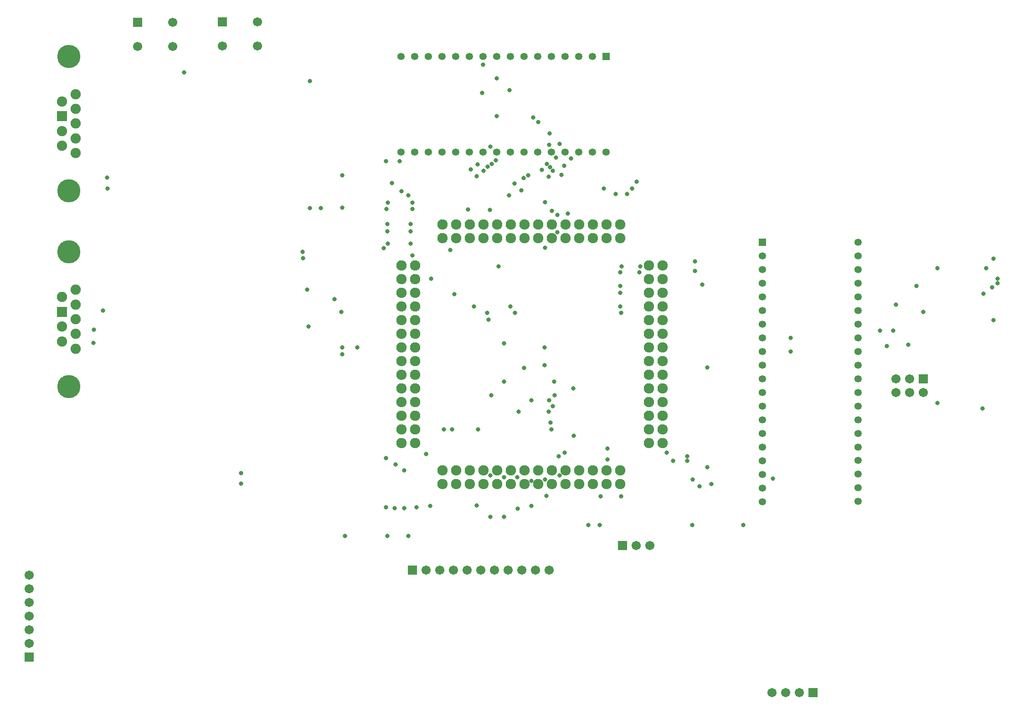
<source format=gbr>
G04*
G04 #@! TF.GenerationSoftware,Altium Limited,Altium Designer,22.4.2 (48)*
G04*
G04 Layer_Color=16711935*
%FSLAX25Y25*%
%MOIN*%
G70*
G04*
G04 #@! TF.SameCoordinates,08344E4B-EA76-4565-9D62-395010ACA534*
G04*
G04*
G04 #@! TF.FilePolarity,Negative*
G04*
G01*
G75*
%ADD42C,0.05328*%
%ADD43R,0.05328X0.05328*%
%ADD44R,0.06737X0.06737*%
%ADD45C,0.06737*%
%ADD46R,0.06737X0.06737*%
%ADD47R,0.05328X0.05328*%
%ADD48C,0.06698*%
%ADD49R,0.06698X0.06698*%
%ADD50C,0.07524*%
%ADD51R,0.07524X0.07524*%
%ADD52C,0.17005*%
%ADD53C,0.07591*%
%ADD54C,0.03162*%
D42*
X629500Y364500D02*
D03*
Y354500D02*
D03*
Y344500D02*
D03*
Y334500D02*
D03*
Y324500D02*
D03*
Y314500D02*
D03*
Y304500D02*
D03*
Y294500D02*
D03*
Y284500D02*
D03*
Y274500D02*
D03*
Y264500D02*
D03*
Y254500D02*
D03*
Y244500D02*
D03*
Y234500D02*
D03*
Y224500D02*
D03*
Y214500D02*
D03*
X559421Y254500D02*
D03*
Y264500D02*
D03*
Y274500D02*
D03*
Y284500D02*
D03*
Y294500D02*
D03*
Y304500D02*
D03*
Y314500D02*
D03*
Y324500D02*
D03*
Y334500D02*
D03*
Y344500D02*
D03*
Y354500D02*
D03*
Y244500D02*
D03*
Y234500D02*
D03*
Y224500D02*
D03*
Y214500D02*
D03*
Y204500D02*
D03*
Y194500D02*
D03*
Y184500D02*
D03*
Y174500D02*
D03*
X629421Y205000D02*
D03*
Y195000D02*
D03*
Y185000D02*
D03*
Y175000D02*
D03*
X435000Y500500D02*
D03*
X425000D02*
D03*
X415000D02*
D03*
X405000D02*
D03*
X395000D02*
D03*
X385000D02*
D03*
X375000D02*
D03*
X365000D02*
D03*
X355000D02*
D03*
X345000D02*
D03*
X335000D02*
D03*
X325000D02*
D03*
X315000D02*
D03*
X305000D02*
D03*
X295000D02*
D03*
Y430421D02*
D03*
X305000D02*
D03*
X315000D02*
D03*
X325000D02*
D03*
X335000D02*
D03*
X345000D02*
D03*
X355000D02*
D03*
X365000D02*
D03*
X375000D02*
D03*
X385000D02*
D03*
X395000D02*
D03*
X405000D02*
D03*
X415000D02*
D03*
X425000D02*
D03*
X435000D02*
D03*
X445000D02*
D03*
D43*
X559421Y364500D02*
D03*
D44*
X677000Y264500D02*
D03*
X596500Y35000D02*
D03*
X457000Y142500D02*
D03*
X303500Y124500D02*
D03*
D45*
X677000Y254500D02*
D03*
X667000D02*
D03*
X657000D02*
D03*
X667000Y264500D02*
D03*
X657000D02*
D03*
X566500Y35000D02*
D03*
X586500D02*
D03*
X576500D02*
D03*
X477000Y142500D02*
D03*
X467000D02*
D03*
X363500Y124500D02*
D03*
X373500D02*
D03*
X383500D02*
D03*
X393500D02*
D03*
X403500D02*
D03*
X353500D02*
D03*
X313500D02*
D03*
X323500D02*
D03*
X333500D02*
D03*
X343500D02*
D03*
X23000Y121000D02*
D03*
Y101000D02*
D03*
Y91000D02*
D03*
Y81000D02*
D03*
Y71000D02*
D03*
Y111000D02*
D03*
D46*
Y61000D02*
D03*
D47*
X445000Y500500D02*
D03*
D48*
X164409Y508284D02*
D03*
X190000D02*
D03*
Y526000D02*
D03*
X102409Y507784D02*
D03*
X128000D02*
D03*
Y525500D02*
D03*
D49*
X164409Y526000D02*
D03*
X102409Y525500D02*
D03*
D50*
X47000Y292000D02*
D03*
X57000Y297394D02*
D03*
X47000Y302787D02*
D03*
X57000Y308181D02*
D03*
Y318969D02*
D03*
X47000Y324362D02*
D03*
X57000Y329756D02*
D03*
Y286606D02*
D03*
X47000Y435213D02*
D03*
X57000Y440606D02*
D03*
X47000Y446000D02*
D03*
X57000Y451394D02*
D03*
Y462181D02*
D03*
X47000Y467575D02*
D03*
X57000Y472968D02*
D03*
Y429819D02*
D03*
D51*
X47000Y313575D02*
D03*
Y456787D02*
D03*
D52*
X52000Y357394D02*
D03*
Y258968D02*
D03*
Y500606D02*
D03*
Y402181D02*
D03*
D53*
X375500Y377500D02*
D03*
X385500D02*
D03*
X425500D02*
D03*
X395500D02*
D03*
X405500D02*
D03*
X415500D02*
D03*
X435500D02*
D03*
X445500D02*
D03*
X455500D02*
D03*
X375500Y367500D02*
D03*
X385500D02*
D03*
X425500D02*
D03*
X395500D02*
D03*
X445500D02*
D03*
X455500D02*
D03*
X325500Y377500D02*
D03*
X335500D02*
D03*
X345500D02*
D03*
X355500D02*
D03*
X365500D02*
D03*
X325500Y367500D02*
D03*
X335500D02*
D03*
X345500D02*
D03*
X355500D02*
D03*
X365500D02*
D03*
X405500D02*
D03*
X415500D02*
D03*
X435500D02*
D03*
X455500Y187500D02*
D03*
X445500D02*
D03*
X435500D02*
D03*
X425500D02*
D03*
X415500D02*
D03*
X405500D02*
D03*
X395500D02*
D03*
X385500D02*
D03*
X375500D02*
D03*
X365500D02*
D03*
X355500D02*
D03*
X345500D02*
D03*
X335500D02*
D03*
X325500D02*
D03*
X455500Y197500D02*
D03*
X445500D02*
D03*
X435500D02*
D03*
X425500D02*
D03*
X415500D02*
D03*
X405500D02*
D03*
X395500D02*
D03*
X385500D02*
D03*
X375500D02*
D03*
X365500D02*
D03*
X355500D02*
D03*
X345500D02*
D03*
X335500D02*
D03*
X325500D02*
D03*
X476500Y217500D02*
D03*
Y227500D02*
D03*
Y237500D02*
D03*
Y247500D02*
D03*
Y257500D02*
D03*
Y267500D02*
D03*
Y277500D02*
D03*
Y287500D02*
D03*
Y297500D02*
D03*
Y307500D02*
D03*
Y317500D02*
D03*
Y327500D02*
D03*
Y337500D02*
D03*
Y347500D02*
D03*
X486500Y217500D02*
D03*
Y227500D02*
D03*
Y237500D02*
D03*
Y247500D02*
D03*
Y257500D02*
D03*
Y267500D02*
D03*
Y277500D02*
D03*
Y287500D02*
D03*
Y297500D02*
D03*
Y307500D02*
D03*
Y317500D02*
D03*
Y327500D02*
D03*
Y337500D02*
D03*
Y347500D02*
D03*
X295500Y217500D02*
D03*
Y227500D02*
D03*
Y237500D02*
D03*
Y247500D02*
D03*
Y257500D02*
D03*
Y267500D02*
D03*
Y277500D02*
D03*
Y287500D02*
D03*
Y297500D02*
D03*
Y307500D02*
D03*
Y317500D02*
D03*
Y327500D02*
D03*
Y337500D02*
D03*
Y347500D02*
D03*
X305500Y217500D02*
D03*
Y227500D02*
D03*
Y237500D02*
D03*
Y247500D02*
D03*
Y257500D02*
D03*
Y267500D02*
D03*
Y277500D02*
D03*
Y287500D02*
D03*
Y297500D02*
D03*
Y307500D02*
D03*
Y317500D02*
D03*
Y327500D02*
D03*
Y337500D02*
D03*
Y347500D02*
D03*
D54*
X419500Y426000D02*
D03*
X391896Y455896D02*
D03*
X403646Y444146D02*
D03*
X411082Y436582D02*
D03*
X403500Y436000D02*
D03*
X355000Y494500D02*
D03*
X77000Y314500D02*
D03*
X317000Y338000D02*
D03*
X366500Y347000D02*
D03*
X456500D02*
D03*
X470000D02*
D03*
X515500Y333500D02*
D03*
X446000Y205500D02*
D03*
Y213500D02*
D03*
X489500Y210681D02*
D03*
X414955Y210469D02*
D03*
X513500Y186000D02*
D03*
X522000Y187500D02*
D03*
X519000Y200000D02*
D03*
Y273000D02*
D03*
X306500Y170500D02*
D03*
X313500Y209500D02*
D03*
X326500Y227500D02*
D03*
X332500D02*
D03*
X351500D02*
D03*
X405000D02*
D03*
X421500Y223000D02*
D03*
X350396Y171896D02*
D03*
X404500Y232500D02*
D03*
X380500Y169500D02*
D03*
X360500Y163500D02*
D03*
X370500D02*
D03*
X380000Y192500D02*
D03*
X381000Y240500D02*
D03*
X403000D02*
D03*
X316500Y171500D02*
D03*
X406000Y244500D02*
D03*
X370500Y192500D02*
D03*
Y262500D02*
D03*
X407000D02*
D03*
X411000Y194000D02*
D03*
X410500Y208000D02*
D03*
X421000Y257500D02*
D03*
X390500Y171500D02*
D03*
X390490Y189990D02*
D03*
X390500Y249000D02*
D03*
X403500D02*
D03*
X407500Y252500D02*
D03*
X360500Y194000D02*
D03*
X361000Y252500D02*
D03*
X508500Y191000D02*
D03*
X567000Y191500D02*
D03*
X401500Y179000D02*
D03*
X400500Y191000D02*
D03*
X400000Y274500D02*
D03*
Y287500D02*
D03*
X226500Y330000D02*
D03*
X385000Y272500D02*
D03*
X246500Y323000D02*
D03*
X370500Y290500D02*
D03*
X251500Y313500D02*
D03*
X359000Y308000D02*
D03*
X223500Y353000D02*
D03*
X334000Y326500D02*
D03*
X223000Y357500D02*
D03*
X282500Y360181D02*
D03*
X285500Y363500D02*
D03*
X303500Y355000D02*
D03*
X227500Y303000D02*
D03*
X252000Y287500D02*
D03*
X263000D02*
D03*
X252000Y282500D02*
D03*
X228500Y482500D02*
D03*
Y389500D02*
D03*
X136500Y489000D02*
D03*
X236500Y389500D02*
D03*
X254000Y149500D02*
D03*
X285000D02*
D03*
X300500D02*
D03*
X284000Y206500D02*
D03*
Y170500D02*
D03*
X290500Y170000D02*
D03*
X291000Y202000D02*
D03*
X297500Y170000D02*
D03*
Y197500D02*
D03*
X432000Y157500D02*
D03*
X440500D02*
D03*
X508000D02*
D03*
X545500D02*
D03*
X504500Y208000D02*
D03*
X494000Y204500D02*
D03*
X504500D02*
D03*
X252000Y413500D02*
D03*
X285500Y393500D02*
D03*
X303500D02*
D03*
X331000Y359000D02*
D03*
X455500Y332500D02*
D03*
X252000Y390000D02*
D03*
X455500Y327500D02*
D03*
X80500Y404000D02*
D03*
X302000Y363500D02*
D03*
X348500Y317500D02*
D03*
X375000D02*
D03*
X455500D02*
D03*
X285000Y372500D02*
D03*
X302000D02*
D03*
X358000Y313000D02*
D03*
X378500D02*
D03*
X456000D02*
D03*
X284000Y424000D02*
D03*
X294000D02*
D03*
X455500Y342500D02*
D03*
X469500D02*
D03*
X80250Y411750D02*
D03*
X285000Y378000D02*
D03*
X302000D02*
D03*
X284500Y389000D02*
D03*
X303500D02*
D03*
X178000Y195500D02*
D03*
Y188000D02*
D03*
X70500Y300500D02*
D03*
X70000Y291000D02*
D03*
X383000Y402500D02*
D03*
X378000Y407500D02*
D03*
X288500Y408000D02*
D03*
X384646Y411646D02*
D03*
X295500Y402000D02*
D03*
X406164Y416925D02*
D03*
X401679Y421932D02*
D03*
X403989Y419489D02*
D03*
X403000Y412500D02*
D03*
X398146Y417646D02*
D03*
X409500Y372000D02*
D03*
X400500Y360500D02*
D03*
X409500Y384500D02*
D03*
X405500Y387500D02*
D03*
X374000Y399000D02*
D03*
X300500D02*
D03*
X344000Y388500D02*
D03*
X350500Y413000D02*
D03*
X360104Y388104D02*
D03*
X346000Y418000D02*
D03*
X358500Y420000D02*
D03*
X361500Y422000D02*
D03*
X355319Y416766D02*
D03*
X351000Y421500D02*
D03*
X360500Y434500D02*
D03*
X364500Y424500D02*
D03*
X467500Y409000D02*
D03*
X443500Y404000D02*
D03*
X464000D02*
D03*
X452000Y400000D02*
D03*
X460500D02*
D03*
X510000Y350500D02*
D03*
Y343500D02*
D03*
X408396Y426396D02*
D03*
X400500Y394000D02*
D03*
X414500Y420500D02*
D03*
X412500Y414000D02*
D03*
X388000Y413500D02*
D03*
X354500Y474000D02*
D03*
X374500Y476000D02*
D03*
X365000Y457000D02*
D03*
Y484500D02*
D03*
X395500Y452500D02*
D03*
X417000Y385500D02*
D03*
X441000Y178500D02*
D03*
X456000D02*
D03*
X687500Y247000D02*
D03*
Y345500D02*
D03*
X731500Y334500D02*
D03*
Y338000D02*
D03*
X721000Y327000D02*
D03*
X728500Y307500D02*
D03*
X720500Y243000D02*
D03*
X672000Y332500D02*
D03*
X666000Y289500D02*
D03*
X580000Y294500D02*
D03*
X650500Y288500D02*
D03*
X580000Y284500D02*
D03*
X727381Y331500D02*
D03*
X728500Y352500D02*
D03*
X723000Y345500D02*
D03*
X677000Y313500D02*
D03*
X657000Y319000D02*
D03*
X655000Y300000D02*
D03*
X645500D02*
D03*
M02*

</source>
